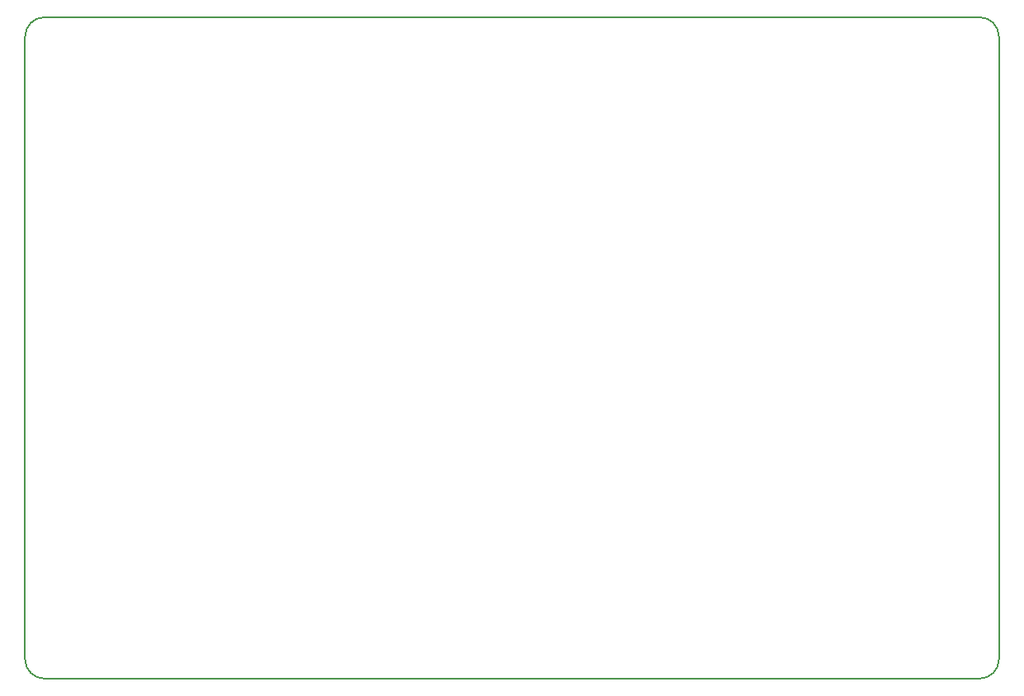
<source format=gm1>
G04 #@! TF.GenerationSoftware,KiCad,Pcbnew,(2017-08-04 revision 7bf9f8e1c)-master*
G04 #@! TF.CreationDate,2019-03-18T20:52:30+01:00*
G04 #@! TF.ProjectId,pcb_ledtorus_controller,7063625F6C6564746F7275735F636F6E,rev?*
G04 #@! TF.SameCoordinates,Original*
G04 #@! TF.FileFunction,Profile,NP*
%FSLAX46Y46*%
G04 Gerber Fmt 4.6, Leading zero omitted, Abs format (unit mm)*
G04 Created by KiCad (PCBNEW (2017-08-04 revision 7bf9f8e1c)-master) date Mon Mar 18 20:52:30 2019*
%MOMM*%
%LPD*%
G01*
G04 APERTURE LIST*
%ADD10C,0.150000*%
G04 APERTURE END LIST*
D10*
X52000000Y-150000000D02*
G75*
G02X50000000Y-148000000I0J2000000D01*
G01*
X150000000Y-148000000D02*
G75*
G02X148000000Y-150000000I-2000000J0D01*
G01*
X148000000Y-82000000D02*
G75*
G02X150000000Y-84000000I0J-2000000D01*
G01*
X50000000Y-84000000D02*
G75*
G02X52000000Y-82000000I2000000J0D01*
G01*
X148000000Y-82000000D02*
X52000000Y-82000000D01*
X150000000Y-148000000D02*
X150000000Y-84000000D01*
X52000000Y-150000000D02*
X148000000Y-150000000D01*
X50000000Y-84000000D02*
X50000000Y-148000000D01*
M02*

</source>
